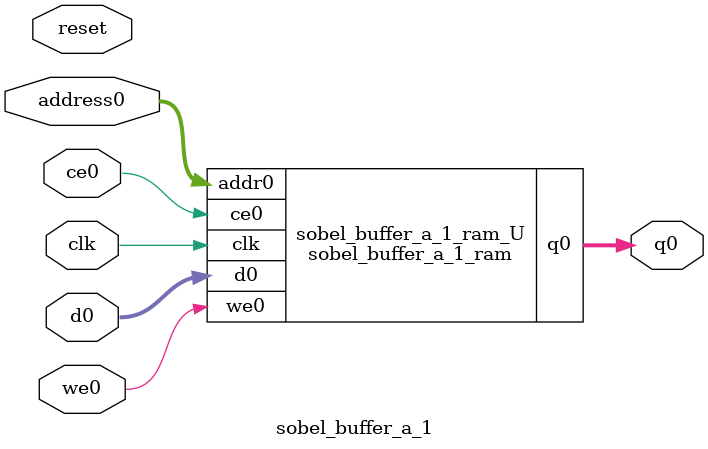
<source format=v>
`timescale 1 ns / 1 ps
module sobel_buffer_a_1_ram (addr0, ce0, d0, we0, q0,  clk);

parameter DWIDTH = 16;
parameter AWIDTH = 10;
parameter MEM_SIZE = 641;

input[AWIDTH-1:0] addr0;
input ce0;
input[DWIDTH-1:0] d0;
input we0;
output reg[DWIDTH-1:0] q0;
input clk;

reg [DWIDTH-1:0] ram[0:MEM_SIZE-1];




always @(posedge clk)  
begin 
    if (ce0) begin
        if (we0) 
            ram[addr0] <= d0; 
        q0 <= ram[addr0];
    end
end


endmodule

`timescale 1 ns / 1 ps
module sobel_buffer_a_1(
    reset,
    clk,
    address0,
    ce0,
    we0,
    d0,
    q0);

parameter DataWidth = 32'd16;
parameter AddressRange = 32'd641;
parameter AddressWidth = 32'd10;
input reset;
input clk;
input[AddressWidth - 1:0] address0;
input ce0;
input we0;
input[DataWidth - 1:0] d0;
output[DataWidth - 1:0] q0;



sobel_buffer_a_1_ram sobel_buffer_a_1_ram_U(
    .clk( clk ),
    .addr0( address0 ),
    .ce0( ce0 ),
    .we0( we0 ),
    .d0( d0 ),
    .q0( q0 ));

endmodule


</source>
